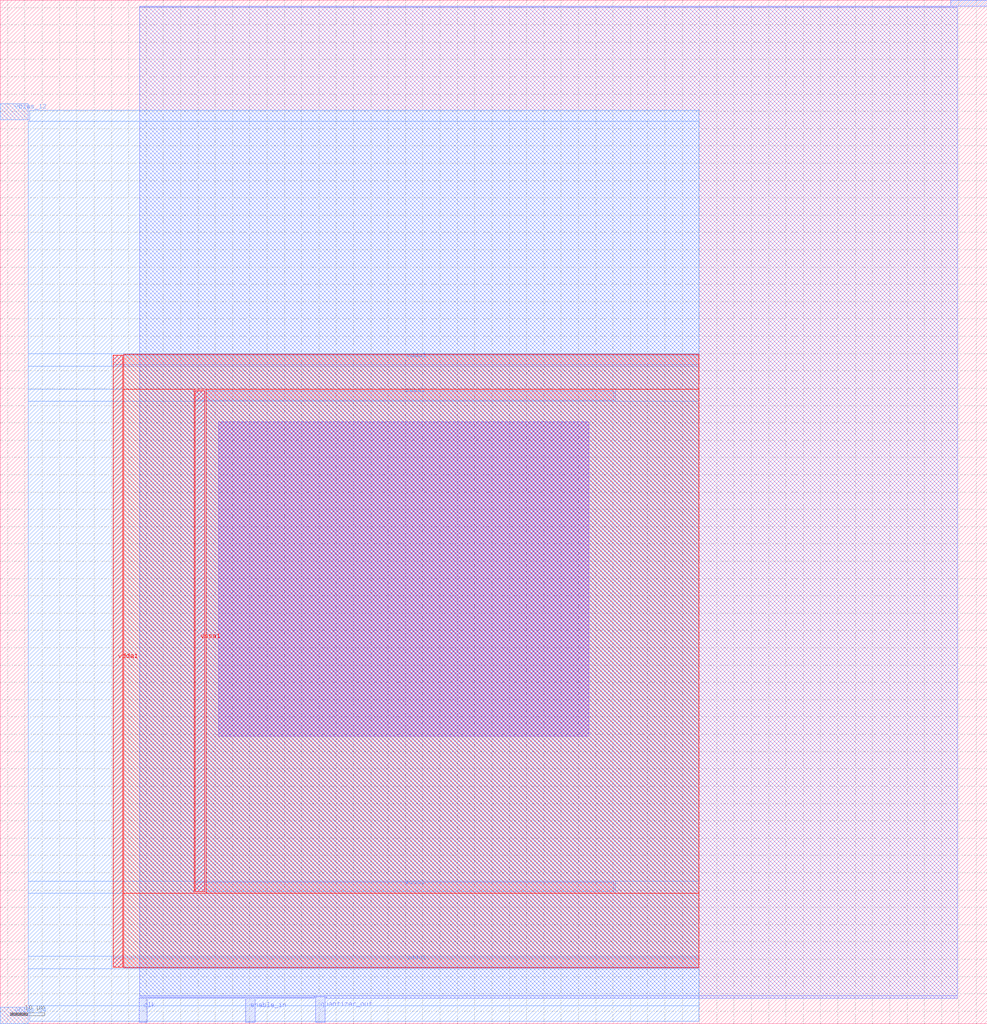
<source format=lef>
VERSION 5.7 ;
  NOWIREEXTENSIONATPIN ON ;
  DIVIDERCHAR "/" ;
  BUSBITCHARS "[]" ;
MACRO vco_adc2
  CLASS BLOCK ;
  FOREIGN vco_adc2 ;
  ORIGIN 77.180 133.620 ;
  SIZE 285.330 BY 295.770 ;
  PIN vbias_12
    DIRECTION INPUT ;
    USE SIGNAL ;
    ANTENNAGATEAREA 1.800000 ;
    PORT
      LAYER met3 ;
        RECT -77.180 127.500 -69.020 132.260 ;
    END
  END vbias_12
  PIN vbias_34
    DIRECTION INPUT ;
    USE SIGNAL ;
    ANTENNAGATEAREA 5.400000 ;
    PORT
      LAYER met3 ;
        RECT -77.180 -133.620 -69.020 -128.860 ;
    END
  END vbias_34
  PIN analog_in
    DIRECTION INPUT ;
    USE SIGNAL ;
    PORT
      LAYER met2 ;
        RECT 197.570 160.310 208.150 162.150 ;
    END
  END analog_in
  PIN enable_in
    DIRECTION INPUT ;
    USE SIGNAL ;
    ANTENNAGATEAREA 1.437000 ;
    PORT
      LAYER met2 ;
        RECT -6.240 -133.170 -3.480 -126.270 ;
    END
  END enable_in
  PIN clk
    DIRECTION INPUT ;
    USE SIGNAL ;
    ANTENNAGATEAREA 0.285000 ;
    PORT
      LAYER met2 ;
        RECT -37.030 -133.170 -34.730 -126.270 ;
    END
  END clk
  PIN quantizer_out
    DIRECTION OUTPUT ;
    USE SIGNAL ;
    ANTENNAGATEAREA 0.247500 ;
    ANTENNADIFFAREA 0.429000 ;
    PORT
      LAYER met2 ;
        RECT 14.000 -133.150 16.760 -125.790 ;
    END
  END quantizer_out
  PIN vdda1
    DIRECTION INOUT ;
    USE POWER ;
    PORT
      LAYER met4 ;
        RECT -44.540 -117.300 -41.820 59.500 ;
    END
    PORT
      LAYER met3 ;
        RECT -44.540 -117.300 124.780 -114.580 ;
    END
    PORT
      LAYER met3 ;
        RECT -44.540 56.780 124.780 59.500 ;
    END
  END vdda1
  PIN vssa1
    DIRECTION INOUT ;
    USE GROUND ;
    PORT
      LAYER met4 ;
        RECT -20.740 -95.540 -18.020 49.300 ;
    END
    PORT
      LAYER met3 ;
        RECT -20.740 -95.540 100.300 -92.820 ;
    END
    PORT
      LAYER met3 ;
        RECT -20.740 46.580 100.300 49.300 ;
    END
  END vssa1
  OBS
      LAYER li1 ;
        RECT -14.000 -50.500 93.100 40.350 ;
      LAYER met1 ;
        RECT -14.000 -50.500 93.050 40.350 ;
      LAYER met2 ;
        RECT -36.900 160.030 197.290 160.310 ;
        RECT -36.900 -125.510 199.450 160.030 ;
        RECT -36.900 -125.990 13.720 -125.510 ;
        RECT -34.450 -126.270 -6.520 -125.990 ;
        RECT -3.200 -126.270 13.720 -125.990 ;
        RECT 17.040 -126.270 199.450 -125.510 ;
      LAYER met3 ;
        RECT -68.620 127.100 124.800 130.350 ;
        RECT -69.020 59.900 124.800 127.100 ;
        RECT -69.020 56.380 -44.940 59.900 ;
        RECT -69.020 49.700 124.800 56.380 ;
        RECT -69.020 46.180 -21.140 49.700 ;
        RECT 100.700 46.180 124.800 49.700 ;
        RECT -69.020 -92.420 124.800 46.180 ;
        RECT -69.020 -95.940 -21.140 -92.420 ;
        RECT 100.700 -95.940 124.800 -92.420 ;
        RECT -69.020 -114.180 124.800 -95.940 ;
        RECT -69.020 -117.700 -44.940 -114.180 ;
        RECT -69.020 -128.460 124.800 -117.700 ;
        RECT -68.620 -132.850 124.800 -128.460 ;
      LAYER met4 ;
        RECT -41.420 49.700 124.800 59.800 ;
        RECT -41.420 -95.940 -21.140 49.700 ;
        RECT -17.620 -95.940 124.800 49.700 ;
        RECT -41.420 -117.400 124.800 -95.940 ;
  END
END vco_adc2
END LIBRARY


</source>
